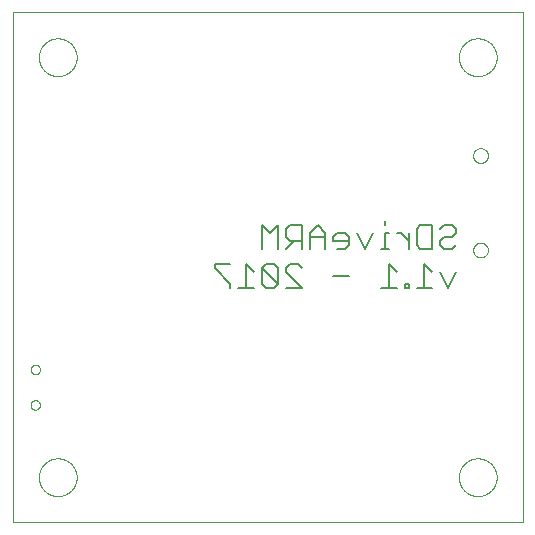
<source format=gbo>
G75*
%MOIN*%
%OFA0B0*%
%FSLAX25Y25*%
%IPPOS*%
%LPD*%
%AMOC8*
5,1,8,0,0,1.08239X$1,22.5*
%
%ADD10C,0.00000*%
%ADD11C,0.00700*%
D10*
X0015500Y0006435D02*
X0015500Y0176435D01*
X0185500Y0176435D01*
X0185500Y0006435D01*
X0015500Y0006435D01*
X0024201Y0021435D02*
X0024203Y0021593D01*
X0024209Y0021751D01*
X0024219Y0021909D01*
X0024233Y0022067D01*
X0024251Y0022224D01*
X0024272Y0022381D01*
X0024298Y0022537D01*
X0024328Y0022693D01*
X0024361Y0022848D01*
X0024399Y0023001D01*
X0024440Y0023154D01*
X0024485Y0023306D01*
X0024534Y0023457D01*
X0024587Y0023606D01*
X0024643Y0023754D01*
X0024703Y0023900D01*
X0024767Y0024045D01*
X0024835Y0024188D01*
X0024906Y0024330D01*
X0024980Y0024470D01*
X0025058Y0024607D01*
X0025140Y0024743D01*
X0025224Y0024877D01*
X0025313Y0025008D01*
X0025404Y0025137D01*
X0025499Y0025264D01*
X0025596Y0025389D01*
X0025697Y0025511D01*
X0025801Y0025630D01*
X0025908Y0025747D01*
X0026018Y0025861D01*
X0026131Y0025972D01*
X0026246Y0026081D01*
X0026364Y0026186D01*
X0026485Y0026288D01*
X0026608Y0026388D01*
X0026734Y0026484D01*
X0026862Y0026577D01*
X0026992Y0026667D01*
X0027125Y0026753D01*
X0027260Y0026837D01*
X0027396Y0026916D01*
X0027535Y0026993D01*
X0027676Y0027065D01*
X0027818Y0027135D01*
X0027962Y0027200D01*
X0028108Y0027262D01*
X0028255Y0027320D01*
X0028404Y0027375D01*
X0028554Y0027426D01*
X0028705Y0027473D01*
X0028857Y0027516D01*
X0029010Y0027555D01*
X0029165Y0027591D01*
X0029320Y0027622D01*
X0029476Y0027650D01*
X0029632Y0027674D01*
X0029789Y0027694D01*
X0029947Y0027710D01*
X0030104Y0027722D01*
X0030263Y0027730D01*
X0030421Y0027734D01*
X0030579Y0027734D01*
X0030737Y0027730D01*
X0030896Y0027722D01*
X0031053Y0027710D01*
X0031211Y0027694D01*
X0031368Y0027674D01*
X0031524Y0027650D01*
X0031680Y0027622D01*
X0031835Y0027591D01*
X0031990Y0027555D01*
X0032143Y0027516D01*
X0032295Y0027473D01*
X0032446Y0027426D01*
X0032596Y0027375D01*
X0032745Y0027320D01*
X0032892Y0027262D01*
X0033038Y0027200D01*
X0033182Y0027135D01*
X0033324Y0027065D01*
X0033465Y0026993D01*
X0033604Y0026916D01*
X0033740Y0026837D01*
X0033875Y0026753D01*
X0034008Y0026667D01*
X0034138Y0026577D01*
X0034266Y0026484D01*
X0034392Y0026388D01*
X0034515Y0026288D01*
X0034636Y0026186D01*
X0034754Y0026081D01*
X0034869Y0025972D01*
X0034982Y0025861D01*
X0035092Y0025747D01*
X0035199Y0025630D01*
X0035303Y0025511D01*
X0035404Y0025389D01*
X0035501Y0025264D01*
X0035596Y0025137D01*
X0035687Y0025008D01*
X0035776Y0024877D01*
X0035860Y0024743D01*
X0035942Y0024607D01*
X0036020Y0024470D01*
X0036094Y0024330D01*
X0036165Y0024188D01*
X0036233Y0024045D01*
X0036297Y0023900D01*
X0036357Y0023754D01*
X0036413Y0023606D01*
X0036466Y0023457D01*
X0036515Y0023306D01*
X0036560Y0023154D01*
X0036601Y0023001D01*
X0036639Y0022848D01*
X0036672Y0022693D01*
X0036702Y0022537D01*
X0036728Y0022381D01*
X0036749Y0022224D01*
X0036767Y0022067D01*
X0036781Y0021909D01*
X0036791Y0021751D01*
X0036797Y0021593D01*
X0036799Y0021435D01*
X0036797Y0021277D01*
X0036791Y0021119D01*
X0036781Y0020961D01*
X0036767Y0020803D01*
X0036749Y0020646D01*
X0036728Y0020489D01*
X0036702Y0020333D01*
X0036672Y0020177D01*
X0036639Y0020022D01*
X0036601Y0019869D01*
X0036560Y0019716D01*
X0036515Y0019564D01*
X0036466Y0019413D01*
X0036413Y0019264D01*
X0036357Y0019116D01*
X0036297Y0018970D01*
X0036233Y0018825D01*
X0036165Y0018682D01*
X0036094Y0018540D01*
X0036020Y0018400D01*
X0035942Y0018263D01*
X0035860Y0018127D01*
X0035776Y0017993D01*
X0035687Y0017862D01*
X0035596Y0017733D01*
X0035501Y0017606D01*
X0035404Y0017481D01*
X0035303Y0017359D01*
X0035199Y0017240D01*
X0035092Y0017123D01*
X0034982Y0017009D01*
X0034869Y0016898D01*
X0034754Y0016789D01*
X0034636Y0016684D01*
X0034515Y0016582D01*
X0034392Y0016482D01*
X0034266Y0016386D01*
X0034138Y0016293D01*
X0034008Y0016203D01*
X0033875Y0016117D01*
X0033740Y0016033D01*
X0033604Y0015954D01*
X0033465Y0015877D01*
X0033324Y0015805D01*
X0033182Y0015735D01*
X0033038Y0015670D01*
X0032892Y0015608D01*
X0032745Y0015550D01*
X0032596Y0015495D01*
X0032446Y0015444D01*
X0032295Y0015397D01*
X0032143Y0015354D01*
X0031990Y0015315D01*
X0031835Y0015279D01*
X0031680Y0015248D01*
X0031524Y0015220D01*
X0031368Y0015196D01*
X0031211Y0015176D01*
X0031053Y0015160D01*
X0030896Y0015148D01*
X0030737Y0015140D01*
X0030579Y0015136D01*
X0030421Y0015136D01*
X0030263Y0015140D01*
X0030104Y0015148D01*
X0029947Y0015160D01*
X0029789Y0015176D01*
X0029632Y0015196D01*
X0029476Y0015220D01*
X0029320Y0015248D01*
X0029165Y0015279D01*
X0029010Y0015315D01*
X0028857Y0015354D01*
X0028705Y0015397D01*
X0028554Y0015444D01*
X0028404Y0015495D01*
X0028255Y0015550D01*
X0028108Y0015608D01*
X0027962Y0015670D01*
X0027818Y0015735D01*
X0027676Y0015805D01*
X0027535Y0015877D01*
X0027396Y0015954D01*
X0027260Y0016033D01*
X0027125Y0016117D01*
X0026992Y0016203D01*
X0026862Y0016293D01*
X0026734Y0016386D01*
X0026608Y0016482D01*
X0026485Y0016582D01*
X0026364Y0016684D01*
X0026246Y0016789D01*
X0026131Y0016898D01*
X0026018Y0017009D01*
X0025908Y0017123D01*
X0025801Y0017240D01*
X0025697Y0017359D01*
X0025596Y0017481D01*
X0025499Y0017606D01*
X0025404Y0017733D01*
X0025313Y0017862D01*
X0025224Y0017993D01*
X0025140Y0018127D01*
X0025058Y0018263D01*
X0024980Y0018400D01*
X0024906Y0018540D01*
X0024835Y0018682D01*
X0024767Y0018825D01*
X0024703Y0018970D01*
X0024643Y0019116D01*
X0024587Y0019264D01*
X0024534Y0019413D01*
X0024485Y0019564D01*
X0024440Y0019716D01*
X0024399Y0019869D01*
X0024361Y0020022D01*
X0024328Y0020177D01*
X0024298Y0020333D01*
X0024272Y0020489D01*
X0024251Y0020646D01*
X0024233Y0020803D01*
X0024219Y0020961D01*
X0024209Y0021119D01*
X0024203Y0021277D01*
X0024201Y0021435D01*
X0024203Y0021593D01*
X0024209Y0021751D01*
X0024219Y0021909D01*
X0024233Y0022067D01*
X0024251Y0022224D01*
X0024272Y0022381D01*
X0024298Y0022537D01*
X0024328Y0022693D01*
X0024361Y0022848D01*
X0024399Y0023001D01*
X0024440Y0023154D01*
X0024485Y0023306D01*
X0024534Y0023457D01*
X0024587Y0023606D01*
X0024643Y0023754D01*
X0024703Y0023900D01*
X0024767Y0024045D01*
X0024835Y0024188D01*
X0024906Y0024330D01*
X0024980Y0024470D01*
X0025058Y0024607D01*
X0025140Y0024743D01*
X0025224Y0024877D01*
X0025313Y0025008D01*
X0025404Y0025137D01*
X0025499Y0025264D01*
X0025596Y0025389D01*
X0025697Y0025511D01*
X0025801Y0025630D01*
X0025908Y0025747D01*
X0026018Y0025861D01*
X0026131Y0025972D01*
X0026246Y0026081D01*
X0026364Y0026186D01*
X0026485Y0026288D01*
X0026608Y0026388D01*
X0026734Y0026484D01*
X0026862Y0026577D01*
X0026992Y0026667D01*
X0027125Y0026753D01*
X0027260Y0026837D01*
X0027396Y0026916D01*
X0027535Y0026993D01*
X0027676Y0027065D01*
X0027818Y0027135D01*
X0027962Y0027200D01*
X0028108Y0027262D01*
X0028255Y0027320D01*
X0028404Y0027375D01*
X0028554Y0027426D01*
X0028705Y0027473D01*
X0028857Y0027516D01*
X0029010Y0027555D01*
X0029165Y0027591D01*
X0029320Y0027622D01*
X0029476Y0027650D01*
X0029632Y0027674D01*
X0029789Y0027694D01*
X0029947Y0027710D01*
X0030104Y0027722D01*
X0030263Y0027730D01*
X0030421Y0027734D01*
X0030579Y0027734D01*
X0030737Y0027730D01*
X0030896Y0027722D01*
X0031053Y0027710D01*
X0031211Y0027694D01*
X0031368Y0027674D01*
X0031524Y0027650D01*
X0031680Y0027622D01*
X0031835Y0027591D01*
X0031990Y0027555D01*
X0032143Y0027516D01*
X0032295Y0027473D01*
X0032446Y0027426D01*
X0032596Y0027375D01*
X0032745Y0027320D01*
X0032892Y0027262D01*
X0033038Y0027200D01*
X0033182Y0027135D01*
X0033324Y0027065D01*
X0033465Y0026993D01*
X0033604Y0026916D01*
X0033740Y0026837D01*
X0033875Y0026753D01*
X0034008Y0026667D01*
X0034138Y0026577D01*
X0034266Y0026484D01*
X0034392Y0026388D01*
X0034515Y0026288D01*
X0034636Y0026186D01*
X0034754Y0026081D01*
X0034869Y0025972D01*
X0034982Y0025861D01*
X0035092Y0025747D01*
X0035199Y0025630D01*
X0035303Y0025511D01*
X0035404Y0025389D01*
X0035501Y0025264D01*
X0035596Y0025137D01*
X0035687Y0025008D01*
X0035776Y0024877D01*
X0035860Y0024743D01*
X0035942Y0024607D01*
X0036020Y0024470D01*
X0036094Y0024330D01*
X0036165Y0024188D01*
X0036233Y0024045D01*
X0036297Y0023900D01*
X0036357Y0023754D01*
X0036413Y0023606D01*
X0036466Y0023457D01*
X0036515Y0023306D01*
X0036560Y0023154D01*
X0036601Y0023001D01*
X0036639Y0022848D01*
X0036672Y0022693D01*
X0036702Y0022537D01*
X0036728Y0022381D01*
X0036749Y0022224D01*
X0036767Y0022067D01*
X0036781Y0021909D01*
X0036791Y0021751D01*
X0036797Y0021593D01*
X0036799Y0021435D01*
X0036797Y0021277D01*
X0036791Y0021119D01*
X0036781Y0020961D01*
X0036767Y0020803D01*
X0036749Y0020646D01*
X0036728Y0020489D01*
X0036702Y0020333D01*
X0036672Y0020177D01*
X0036639Y0020022D01*
X0036601Y0019869D01*
X0036560Y0019716D01*
X0036515Y0019564D01*
X0036466Y0019413D01*
X0036413Y0019264D01*
X0036357Y0019116D01*
X0036297Y0018970D01*
X0036233Y0018825D01*
X0036165Y0018682D01*
X0036094Y0018540D01*
X0036020Y0018400D01*
X0035942Y0018263D01*
X0035860Y0018127D01*
X0035776Y0017993D01*
X0035687Y0017862D01*
X0035596Y0017733D01*
X0035501Y0017606D01*
X0035404Y0017481D01*
X0035303Y0017359D01*
X0035199Y0017240D01*
X0035092Y0017123D01*
X0034982Y0017009D01*
X0034869Y0016898D01*
X0034754Y0016789D01*
X0034636Y0016684D01*
X0034515Y0016582D01*
X0034392Y0016482D01*
X0034266Y0016386D01*
X0034138Y0016293D01*
X0034008Y0016203D01*
X0033875Y0016117D01*
X0033740Y0016033D01*
X0033604Y0015954D01*
X0033465Y0015877D01*
X0033324Y0015805D01*
X0033182Y0015735D01*
X0033038Y0015670D01*
X0032892Y0015608D01*
X0032745Y0015550D01*
X0032596Y0015495D01*
X0032446Y0015444D01*
X0032295Y0015397D01*
X0032143Y0015354D01*
X0031990Y0015315D01*
X0031835Y0015279D01*
X0031680Y0015248D01*
X0031524Y0015220D01*
X0031368Y0015196D01*
X0031211Y0015176D01*
X0031053Y0015160D01*
X0030896Y0015148D01*
X0030737Y0015140D01*
X0030579Y0015136D01*
X0030421Y0015136D01*
X0030263Y0015140D01*
X0030104Y0015148D01*
X0029947Y0015160D01*
X0029789Y0015176D01*
X0029632Y0015196D01*
X0029476Y0015220D01*
X0029320Y0015248D01*
X0029165Y0015279D01*
X0029010Y0015315D01*
X0028857Y0015354D01*
X0028705Y0015397D01*
X0028554Y0015444D01*
X0028404Y0015495D01*
X0028255Y0015550D01*
X0028108Y0015608D01*
X0027962Y0015670D01*
X0027818Y0015735D01*
X0027676Y0015805D01*
X0027535Y0015877D01*
X0027396Y0015954D01*
X0027260Y0016033D01*
X0027125Y0016117D01*
X0026992Y0016203D01*
X0026862Y0016293D01*
X0026734Y0016386D01*
X0026608Y0016482D01*
X0026485Y0016582D01*
X0026364Y0016684D01*
X0026246Y0016789D01*
X0026131Y0016898D01*
X0026018Y0017009D01*
X0025908Y0017123D01*
X0025801Y0017240D01*
X0025697Y0017359D01*
X0025596Y0017481D01*
X0025499Y0017606D01*
X0025404Y0017733D01*
X0025313Y0017862D01*
X0025224Y0017993D01*
X0025140Y0018127D01*
X0025058Y0018263D01*
X0024980Y0018400D01*
X0024906Y0018540D01*
X0024835Y0018682D01*
X0024767Y0018825D01*
X0024703Y0018970D01*
X0024643Y0019116D01*
X0024587Y0019264D01*
X0024534Y0019413D01*
X0024485Y0019564D01*
X0024440Y0019716D01*
X0024399Y0019869D01*
X0024361Y0020022D01*
X0024328Y0020177D01*
X0024298Y0020333D01*
X0024272Y0020489D01*
X0024251Y0020646D01*
X0024233Y0020803D01*
X0024219Y0020961D01*
X0024209Y0021119D01*
X0024203Y0021277D01*
X0024201Y0021435D01*
X0021425Y0045529D02*
X0021427Y0045608D01*
X0021433Y0045687D01*
X0021443Y0045766D01*
X0021457Y0045844D01*
X0021474Y0045921D01*
X0021496Y0045997D01*
X0021521Y0046072D01*
X0021551Y0046145D01*
X0021583Y0046217D01*
X0021620Y0046288D01*
X0021660Y0046356D01*
X0021703Y0046422D01*
X0021749Y0046486D01*
X0021799Y0046548D01*
X0021852Y0046607D01*
X0021907Y0046663D01*
X0021966Y0046717D01*
X0022027Y0046767D01*
X0022090Y0046815D01*
X0022156Y0046859D01*
X0022224Y0046900D01*
X0022294Y0046937D01*
X0022365Y0046971D01*
X0022439Y0047001D01*
X0022513Y0047027D01*
X0022589Y0047049D01*
X0022666Y0047068D01*
X0022744Y0047083D01*
X0022822Y0047094D01*
X0022901Y0047101D01*
X0022980Y0047104D01*
X0023059Y0047103D01*
X0023138Y0047098D01*
X0023217Y0047089D01*
X0023295Y0047076D01*
X0023372Y0047059D01*
X0023449Y0047039D01*
X0023524Y0047014D01*
X0023598Y0046986D01*
X0023671Y0046954D01*
X0023741Y0046919D01*
X0023810Y0046880D01*
X0023877Y0046837D01*
X0023942Y0046791D01*
X0024004Y0046743D01*
X0024064Y0046691D01*
X0024121Y0046636D01*
X0024175Y0046578D01*
X0024226Y0046518D01*
X0024274Y0046455D01*
X0024319Y0046390D01*
X0024361Y0046322D01*
X0024399Y0046253D01*
X0024433Y0046182D01*
X0024464Y0046109D01*
X0024492Y0046034D01*
X0024515Y0045959D01*
X0024535Y0045882D01*
X0024551Y0045805D01*
X0024563Y0045726D01*
X0024571Y0045648D01*
X0024575Y0045569D01*
X0024575Y0045489D01*
X0024571Y0045410D01*
X0024563Y0045332D01*
X0024551Y0045253D01*
X0024535Y0045176D01*
X0024515Y0045099D01*
X0024492Y0045024D01*
X0024464Y0044949D01*
X0024433Y0044876D01*
X0024399Y0044805D01*
X0024361Y0044736D01*
X0024319Y0044668D01*
X0024274Y0044603D01*
X0024226Y0044540D01*
X0024175Y0044480D01*
X0024121Y0044422D01*
X0024064Y0044367D01*
X0024004Y0044315D01*
X0023942Y0044267D01*
X0023877Y0044221D01*
X0023810Y0044178D01*
X0023741Y0044139D01*
X0023671Y0044104D01*
X0023598Y0044072D01*
X0023524Y0044044D01*
X0023449Y0044019D01*
X0023372Y0043999D01*
X0023295Y0043982D01*
X0023217Y0043969D01*
X0023138Y0043960D01*
X0023059Y0043955D01*
X0022980Y0043954D01*
X0022901Y0043957D01*
X0022822Y0043964D01*
X0022744Y0043975D01*
X0022666Y0043990D01*
X0022589Y0044009D01*
X0022513Y0044031D01*
X0022439Y0044057D01*
X0022365Y0044087D01*
X0022294Y0044121D01*
X0022224Y0044158D01*
X0022156Y0044199D01*
X0022090Y0044243D01*
X0022027Y0044291D01*
X0021966Y0044341D01*
X0021907Y0044395D01*
X0021852Y0044451D01*
X0021799Y0044510D01*
X0021749Y0044572D01*
X0021703Y0044636D01*
X0021660Y0044702D01*
X0021620Y0044770D01*
X0021583Y0044841D01*
X0021551Y0044913D01*
X0021521Y0044986D01*
X0021496Y0045061D01*
X0021474Y0045137D01*
X0021457Y0045214D01*
X0021443Y0045292D01*
X0021433Y0045371D01*
X0021427Y0045450D01*
X0021425Y0045529D01*
X0021425Y0057340D02*
X0021427Y0057419D01*
X0021433Y0057498D01*
X0021443Y0057577D01*
X0021457Y0057655D01*
X0021474Y0057732D01*
X0021496Y0057808D01*
X0021521Y0057883D01*
X0021551Y0057956D01*
X0021583Y0058028D01*
X0021620Y0058099D01*
X0021660Y0058167D01*
X0021703Y0058233D01*
X0021749Y0058297D01*
X0021799Y0058359D01*
X0021852Y0058418D01*
X0021907Y0058474D01*
X0021966Y0058528D01*
X0022027Y0058578D01*
X0022090Y0058626D01*
X0022156Y0058670D01*
X0022224Y0058711D01*
X0022294Y0058748D01*
X0022365Y0058782D01*
X0022439Y0058812D01*
X0022513Y0058838D01*
X0022589Y0058860D01*
X0022666Y0058879D01*
X0022744Y0058894D01*
X0022822Y0058905D01*
X0022901Y0058912D01*
X0022980Y0058915D01*
X0023059Y0058914D01*
X0023138Y0058909D01*
X0023217Y0058900D01*
X0023295Y0058887D01*
X0023372Y0058870D01*
X0023449Y0058850D01*
X0023524Y0058825D01*
X0023598Y0058797D01*
X0023671Y0058765D01*
X0023741Y0058730D01*
X0023810Y0058691D01*
X0023877Y0058648D01*
X0023942Y0058602D01*
X0024004Y0058554D01*
X0024064Y0058502D01*
X0024121Y0058447D01*
X0024175Y0058389D01*
X0024226Y0058329D01*
X0024274Y0058266D01*
X0024319Y0058201D01*
X0024361Y0058133D01*
X0024399Y0058064D01*
X0024433Y0057993D01*
X0024464Y0057920D01*
X0024492Y0057845D01*
X0024515Y0057770D01*
X0024535Y0057693D01*
X0024551Y0057616D01*
X0024563Y0057537D01*
X0024571Y0057459D01*
X0024575Y0057380D01*
X0024575Y0057300D01*
X0024571Y0057221D01*
X0024563Y0057143D01*
X0024551Y0057064D01*
X0024535Y0056987D01*
X0024515Y0056910D01*
X0024492Y0056835D01*
X0024464Y0056760D01*
X0024433Y0056687D01*
X0024399Y0056616D01*
X0024361Y0056547D01*
X0024319Y0056479D01*
X0024274Y0056414D01*
X0024226Y0056351D01*
X0024175Y0056291D01*
X0024121Y0056233D01*
X0024064Y0056178D01*
X0024004Y0056126D01*
X0023942Y0056078D01*
X0023877Y0056032D01*
X0023810Y0055989D01*
X0023741Y0055950D01*
X0023671Y0055915D01*
X0023598Y0055883D01*
X0023524Y0055855D01*
X0023449Y0055830D01*
X0023372Y0055810D01*
X0023295Y0055793D01*
X0023217Y0055780D01*
X0023138Y0055771D01*
X0023059Y0055766D01*
X0022980Y0055765D01*
X0022901Y0055768D01*
X0022822Y0055775D01*
X0022744Y0055786D01*
X0022666Y0055801D01*
X0022589Y0055820D01*
X0022513Y0055842D01*
X0022439Y0055868D01*
X0022365Y0055898D01*
X0022294Y0055932D01*
X0022224Y0055969D01*
X0022156Y0056010D01*
X0022090Y0056054D01*
X0022027Y0056102D01*
X0021966Y0056152D01*
X0021907Y0056206D01*
X0021852Y0056262D01*
X0021799Y0056321D01*
X0021749Y0056383D01*
X0021703Y0056447D01*
X0021660Y0056513D01*
X0021620Y0056581D01*
X0021583Y0056652D01*
X0021551Y0056724D01*
X0021521Y0056797D01*
X0021496Y0056872D01*
X0021474Y0056948D01*
X0021457Y0057025D01*
X0021443Y0057103D01*
X0021433Y0057182D01*
X0021427Y0057261D01*
X0021425Y0057340D01*
X0024201Y0161435D02*
X0024203Y0161593D01*
X0024209Y0161751D01*
X0024219Y0161909D01*
X0024233Y0162067D01*
X0024251Y0162224D01*
X0024272Y0162381D01*
X0024298Y0162537D01*
X0024328Y0162693D01*
X0024361Y0162848D01*
X0024399Y0163001D01*
X0024440Y0163154D01*
X0024485Y0163306D01*
X0024534Y0163457D01*
X0024587Y0163606D01*
X0024643Y0163754D01*
X0024703Y0163900D01*
X0024767Y0164045D01*
X0024835Y0164188D01*
X0024906Y0164330D01*
X0024980Y0164470D01*
X0025058Y0164607D01*
X0025140Y0164743D01*
X0025224Y0164877D01*
X0025313Y0165008D01*
X0025404Y0165137D01*
X0025499Y0165264D01*
X0025596Y0165389D01*
X0025697Y0165511D01*
X0025801Y0165630D01*
X0025908Y0165747D01*
X0026018Y0165861D01*
X0026131Y0165972D01*
X0026246Y0166081D01*
X0026364Y0166186D01*
X0026485Y0166288D01*
X0026608Y0166388D01*
X0026734Y0166484D01*
X0026862Y0166577D01*
X0026992Y0166667D01*
X0027125Y0166753D01*
X0027260Y0166837D01*
X0027396Y0166916D01*
X0027535Y0166993D01*
X0027676Y0167065D01*
X0027818Y0167135D01*
X0027962Y0167200D01*
X0028108Y0167262D01*
X0028255Y0167320D01*
X0028404Y0167375D01*
X0028554Y0167426D01*
X0028705Y0167473D01*
X0028857Y0167516D01*
X0029010Y0167555D01*
X0029165Y0167591D01*
X0029320Y0167622D01*
X0029476Y0167650D01*
X0029632Y0167674D01*
X0029789Y0167694D01*
X0029947Y0167710D01*
X0030104Y0167722D01*
X0030263Y0167730D01*
X0030421Y0167734D01*
X0030579Y0167734D01*
X0030737Y0167730D01*
X0030896Y0167722D01*
X0031053Y0167710D01*
X0031211Y0167694D01*
X0031368Y0167674D01*
X0031524Y0167650D01*
X0031680Y0167622D01*
X0031835Y0167591D01*
X0031990Y0167555D01*
X0032143Y0167516D01*
X0032295Y0167473D01*
X0032446Y0167426D01*
X0032596Y0167375D01*
X0032745Y0167320D01*
X0032892Y0167262D01*
X0033038Y0167200D01*
X0033182Y0167135D01*
X0033324Y0167065D01*
X0033465Y0166993D01*
X0033604Y0166916D01*
X0033740Y0166837D01*
X0033875Y0166753D01*
X0034008Y0166667D01*
X0034138Y0166577D01*
X0034266Y0166484D01*
X0034392Y0166388D01*
X0034515Y0166288D01*
X0034636Y0166186D01*
X0034754Y0166081D01*
X0034869Y0165972D01*
X0034982Y0165861D01*
X0035092Y0165747D01*
X0035199Y0165630D01*
X0035303Y0165511D01*
X0035404Y0165389D01*
X0035501Y0165264D01*
X0035596Y0165137D01*
X0035687Y0165008D01*
X0035776Y0164877D01*
X0035860Y0164743D01*
X0035942Y0164607D01*
X0036020Y0164470D01*
X0036094Y0164330D01*
X0036165Y0164188D01*
X0036233Y0164045D01*
X0036297Y0163900D01*
X0036357Y0163754D01*
X0036413Y0163606D01*
X0036466Y0163457D01*
X0036515Y0163306D01*
X0036560Y0163154D01*
X0036601Y0163001D01*
X0036639Y0162848D01*
X0036672Y0162693D01*
X0036702Y0162537D01*
X0036728Y0162381D01*
X0036749Y0162224D01*
X0036767Y0162067D01*
X0036781Y0161909D01*
X0036791Y0161751D01*
X0036797Y0161593D01*
X0036799Y0161435D01*
X0036797Y0161277D01*
X0036791Y0161119D01*
X0036781Y0160961D01*
X0036767Y0160803D01*
X0036749Y0160646D01*
X0036728Y0160489D01*
X0036702Y0160333D01*
X0036672Y0160177D01*
X0036639Y0160022D01*
X0036601Y0159869D01*
X0036560Y0159716D01*
X0036515Y0159564D01*
X0036466Y0159413D01*
X0036413Y0159264D01*
X0036357Y0159116D01*
X0036297Y0158970D01*
X0036233Y0158825D01*
X0036165Y0158682D01*
X0036094Y0158540D01*
X0036020Y0158400D01*
X0035942Y0158263D01*
X0035860Y0158127D01*
X0035776Y0157993D01*
X0035687Y0157862D01*
X0035596Y0157733D01*
X0035501Y0157606D01*
X0035404Y0157481D01*
X0035303Y0157359D01*
X0035199Y0157240D01*
X0035092Y0157123D01*
X0034982Y0157009D01*
X0034869Y0156898D01*
X0034754Y0156789D01*
X0034636Y0156684D01*
X0034515Y0156582D01*
X0034392Y0156482D01*
X0034266Y0156386D01*
X0034138Y0156293D01*
X0034008Y0156203D01*
X0033875Y0156117D01*
X0033740Y0156033D01*
X0033604Y0155954D01*
X0033465Y0155877D01*
X0033324Y0155805D01*
X0033182Y0155735D01*
X0033038Y0155670D01*
X0032892Y0155608D01*
X0032745Y0155550D01*
X0032596Y0155495D01*
X0032446Y0155444D01*
X0032295Y0155397D01*
X0032143Y0155354D01*
X0031990Y0155315D01*
X0031835Y0155279D01*
X0031680Y0155248D01*
X0031524Y0155220D01*
X0031368Y0155196D01*
X0031211Y0155176D01*
X0031053Y0155160D01*
X0030896Y0155148D01*
X0030737Y0155140D01*
X0030579Y0155136D01*
X0030421Y0155136D01*
X0030263Y0155140D01*
X0030104Y0155148D01*
X0029947Y0155160D01*
X0029789Y0155176D01*
X0029632Y0155196D01*
X0029476Y0155220D01*
X0029320Y0155248D01*
X0029165Y0155279D01*
X0029010Y0155315D01*
X0028857Y0155354D01*
X0028705Y0155397D01*
X0028554Y0155444D01*
X0028404Y0155495D01*
X0028255Y0155550D01*
X0028108Y0155608D01*
X0027962Y0155670D01*
X0027818Y0155735D01*
X0027676Y0155805D01*
X0027535Y0155877D01*
X0027396Y0155954D01*
X0027260Y0156033D01*
X0027125Y0156117D01*
X0026992Y0156203D01*
X0026862Y0156293D01*
X0026734Y0156386D01*
X0026608Y0156482D01*
X0026485Y0156582D01*
X0026364Y0156684D01*
X0026246Y0156789D01*
X0026131Y0156898D01*
X0026018Y0157009D01*
X0025908Y0157123D01*
X0025801Y0157240D01*
X0025697Y0157359D01*
X0025596Y0157481D01*
X0025499Y0157606D01*
X0025404Y0157733D01*
X0025313Y0157862D01*
X0025224Y0157993D01*
X0025140Y0158127D01*
X0025058Y0158263D01*
X0024980Y0158400D01*
X0024906Y0158540D01*
X0024835Y0158682D01*
X0024767Y0158825D01*
X0024703Y0158970D01*
X0024643Y0159116D01*
X0024587Y0159264D01*
X0024534Y0159413D01*
X0024485Y0159564D01*
X0024440Y0159716D01*
X0024399Y0159869D01*
X0024361Y0160022D01*
X0024328Y0160177D01*
X0024298Y0160333D01*
X0024272Y0160489D01*
X0024251Y0160646D01*
X0024233Y0160803D01*
X0024219Y0160961D01*
X0024209Y0161119D01*
X0024203Y0161277D01*
X0024201Y0161435D01*
X0164201Y0161435D02*
X0164203Y0161593D01*
X0164209Y0161751D01*
X0164219Y0161909D01*
X0164233Y0162067D01*
X0164251Y0162224D01*
X0164272Y0162381D01*
X0164298Y0162537D01*
X0164328Y0162693D01*
X0164361Y0162848D01*
X0164399Y0163001D01*
X0164440Y0163154D01*
X0164485Y0163306D01*
X0164534Y0163457D01*
X0164587Y0163606D01*
X0164643Y0163754D01*
X0164703Y0163900D01*
X0164767Y0164045D01*
X0164835Y0164188D01*
X0164906Y0164330D01*
X0164980Y0164470D01*
X0165058Y0164607D01*
X0165140Y0164743D01*
X0165224Y0164877D01*
X0165313Y0165008D01*
X0165404Y0165137D01*
X0165499Y0165264D01*
X0165596Y0165389D01*
X0165697Y0165511D01*
X0165801Y0165630D01*
X0165908Y0165747D01*
X0166018Y0165861D01*
X0166131Y0165972D01*
X0166246Y0166081D01*
X0166364Y0166186D01*
X0166485Y0166288D01*
X0166608Y0166388D01*
X0166734Y0166484D01*
X0166862Y0166577D01*
X0166992Y0166667D01*
X0167125Y0166753D01*
X0167260Y0166837D01*
X0167396Y0166916D01*
X0167535Y0166993D01*
X0167676Y0167065D01*
X0167818Y0167135D01*
X0167962Y0167200D01*
X0168108Y0167262D01*
X0168255Y0167320D01*
X0168404Y0167375D01*
X0168554Y0167426D01*
X0168705Y0167473D01*
X0168857Y0167516D01*
X0169010Y0167555D01*
X0169165Y0167591D01*
X0169320Y0167622D01*
X0169476Y0167650D01*
X0169632Y0167674D01*
X0169789Y0167694D01*
X0169947Y0167710D01*
X0170104Y0167722D01*
X0170263Y0167730D01*
X0170421Y0167734D01*
X0170579Y0167734D01*
X0170737Y0167730D01*
X0170896Y0167722D01*
X0171053Y0167710D01*
X0171211Y0167694D01*
X0171368Y0167674D01*
X0171524Y0167650D01*
X0171680Y0167622D01*
X0171835Y0167591D01*
X0171990Y0167555D01*
X0172143Y0167516D01*
X0172295Y0167473D01*
X0172446Y0167426D01*
X0172596Y0167375D01*
X0172745Y0167320D01*
X0172892Y0167262D01*
X0173038Y0167200D01*
X0173182Y0167135D01*
X0173324Y0167065D01*
X0173465Y0166993D01*
X0173604Y0166916D01*
X0173740Y0166837D01*
X0173875Y0166753D01*
X0174008Y0166667D01*
X0174138Y0166577D01*
X0174266Y0166484D01*
X0174392Y0166388D01*
X0174515Y0166288D01*
X0174636Y0166186D01*
X0174754Y0166081D01*
X0174869Y0165972D01*
X0174982Y0165861D01*
X0175092Y0165747D01*
X0175199Y0165630D01*
X0175303Y0165511D01*
X0175404Y0165389D01*
X0175501Y0165264D01*
X0175596Y0165137D01*
X0175687Y0165008D01*
X0175776Y0164877D01*
X0175860Y0164743D01*
X0175942Y0164607D01*
X0176020Y0164470D01*
X0176094Y0164330D01*
X0176165Y0164188D01*
X0176233Y0164045D01*
X0176297Y0163900D01*
X0176357Y0163754D01*
X0176413Y0163606D01*
X0176466Y0163457D01*
X0176515Y0163306D01*
X0176560Y0163154D01*
X0176601Y0163001D01*
X0176639Y0162848D01*
X0176672Y0162693D01*
X0176702Y0162537D01*
X0176728Y0162381D01*
X0176749Y0162224D01*
X0176767Y0162067D01*
X0176781Y0161909D01*
X0176791Y0161751D01*
X0176797Y0161593D01*
X0176799Y0161435D01*
X0176797Y0161277D01*
X0176791Y0161119D01*
X0176781Y0160961D01*
X0176767Y0160803D01*
X0176749Y0160646D01*
X0176728Y0160489D01*
X0176702Y0160333D01*
X0176672Y0160177D01*
X0176639Y0160022D01*
X0176601Y0159869D01*
X0176560Y0159716D01*
X0176515Y0159564D01*
X0176466Y0159413D01*
X0176413Y0159264D01*
X0176357Y0159116D01*
X0176297Y0158970D01*
X0176233Y0158825D01*
X0176165Y0158682D01*
X0176094Y0158540D01*
X0176020Y0158400D01*
X0175942Y0158263D01*
X0175860Y0158127D01*
X0175776Y0157993D01*
X0175687Y0157862D01*
X0175596Y0157733D01*
X0175501Y0157606D01*
X0175404Y0157481D01*
X0175303Y0157359D01*
X0175199Y0157240D01*
X0175092Y0157123D01*
X0174982Y0157009D01*
X0174869Y0156898D01*
X0174754Y0156789D01*
X0174636Y0156684D01*
X0174515Y0156582D01*
X0174392Y0156482D01*
X0174266Y0156386D01*
X0174138Y0156293D01*
X0174008Y0156203D01*
X0173875Y0156117D01*
X0173740Y0156033D01*
X0173604Y0155954D01*
X0173465Y0155877D01*
X0173324Y0155805D01*
X0173182Y0155735D01*
X0173038Y0155670D01*
X0172892Y0155608D01*
X0172745Y0155550D01*
X0172596Y0155495D01*
X0172446Y0155444D01*
X0172295Y0155397D01*
X0172143Y0155354D01*
X0171990Y0155315D01*
X0171835Y0155279D01*
X0171680Y0155248D01*
X0171524Y0155220D01*
X0171368Y0155196D01*
X0171211Y0155176D01*
X0171053Y0155160D01*
X0170896Y0155148D01*
X0170737Y0155140D01*
X0170579Y0155136D01*
X0170421Y0155136D01*
X0170263Y0155140D01*
X0170104Y0155148D01*
X0169947Y0155160D01*
X0169789Y0155176D01*
X0169632Y0155196D01*
X0169476Y0155220D01*
X0169320Y0155248D01*
X0169165Y0155279D01*
X0169010Y0155315D01*
X0168857Y0155354D01*
X0168705Y0155397D01*
X0168554Y0155444D01*
X0168404Y0155495D01*
X0168255Y0155550D01*
X0168108Y0155608D01*
X0167962Y0155670D01*
X0167818Y0155735D01*
X0167676Y0155805D01*
X0167535Y0155877D01*
X0167396Y0155954D01*
X0167260Y0156033D01*
X0167125Y0156117D01*
X0166992Y0156203D01*
X0166862Y0156293D01*
X0166734Y0156386D01*
X0166608Y0156482D01*
X0166485Y0156582D01*
X0166364Y0156684D01*
X0166246Y0156789D01*
X0166131Y0156898D01*
X0166018Y0157009D01*
X0165908Y0157123D01*
X0165801Y0157240D01*
X0165697Y0157359D01*
X0165596Y0157481D01*
X0165499Y0157606D01*
X0165404Y0157733D01*
X0165313Y0157862D01*
X0165224Y0157993D01*
X0165140Y0158127D01*
X0165058Y0158263D01*
X0164980Y0158400D01*
X0164906Y0158540D01*
X0164835Y0158682D01*
X0164767Y0158825D01*
X0164703Y0158970D01*
X0164643Y0159116D01*
X0164587Y0159264D01*
X0164534Y0159413D01*
X0164485Y0159564D01*
X0164440Y0159716D01*
X0164399Y0159869D01*
X0164361Y0160022D01*
X0164328Y0160177D01*
X0164298Y0160333D01*
X0164272Y0160489D01*
X0164251Y0160646D01*
X0164233Y0160803D01*
X0164219Y0160961D01*
X0164209Y0161119D01*
X0164203Y0161277D01*
X0164201Y0161435D01*
X0168959Y0128640D02*
X0168961Y0128739D01*
X0168967Y0128838D01*
X0168977Y0128937D01*
X0168991Y0129035D01*
X0169009Y0129132D01*
X0169031Y0129229D01*
X0169056Y0129325D01*
X0169086Y0129419D01*
X0169119Y0129513D01*
X0169156Y0129605D01*
X0169197Y0129695D01*
X0169241Y0129784D01*
X0169289Y0129870D01*
X0169340Y0129955D01*
X0169395Y0130038D01*
X0169453Y0130118D01*
X0169514Y0130196D01*
X0169578Y0130272D01*
X0169645Y0130345D01*
X0169715Y0130415D01*
X0169788Y0130482D01*
X0169864Y0130546D01*
X0169942Y0130607D01*
X0170022Y0130665D01*
X0170105Y0130720D01*
X0170189Y0130771D01*
X0170276Y0130819D01*
X0170365Y0130863D01*
X0170455Y0130904D01*
X0170547Y0130941D01*
X0170641Y0130974D01*
X0170735Y0131004D01*
X0170831Y0131029D01*
X0170928Y0131051D01*
X0171025Y0131069D01*
X0171123Y0131083D01*
X0171222Y0131093D01*
X0171321Y0131099D01*
X0171420Y0131101D01*
X0171519Y0131099D01*
X0171618Y0131093D01*
X0171717Y0131083D01*
X0171815Y0131069D01*
X0171912Y0131051D01*
X0172009Y0131029D01*
X0172105Y0131004D01*
X0172199Y0130974D01*
X0172293Y0130941D01*
X0172385Y0130904D01*
X0172475Y0130863D01*
X0172564Y0130819D01*
X0172650Y0130771D01*
X0172735Y0130720D01*
X0172818Y0130665D01*
X0172898Y0130607D01*
X0172976Y0130546D01*
X0173052Y0130482D01*
X0173125Y0130415D01*
X0173195Y0130345D01*
X0173262Y0130272D01*
X0173326Y0130196D01*
X0173387Y0130118D01*
X0173445Y0130038D01*
X0173500Y0129955D01*
X0173551Y0129871D01*
X0173599Y0129784D01*
X0173643Y0129695D01*
X0173684Y0129605D01*
X0173721Y0129513D01*
X0173754Y0129419D01*
X0173784Y0129325D01*
X0173809Y0129229D01*
X0173831Y0129132D01*
X0173849Y0129035D01*
X0173863Y0128937D01*
X0173873Y0128838D01*
X0173879Y0128739D01*
X0173881Y0128640D01*
X0173879Y0128541D01*
X0173873Y0128442D01*
X0173863Y0128343D01*
X0173849Y0128245D01*
X0173831Y0128148D01*
X0173809Y0128051D01*
X0173784Y0127955D01*
X0173754Y0127861D01*
X0173721Y0127767D01*
X0173684Y0127675D01*
X0173643Y0127585D01*
X0173599Y0127496D01*
X0173551Y0127410D01*
X0173500Y0127325D01*
X0173445Y0127242D01*
X0173387Y0127162D01*
X0173326Y0127084D01*
X0173262Y0127008D01*
X0173195Y0126935D01*
X0173125Y0126865D01*
X0173052Y0126798D01*
X0172976Y0126734D01*
X0172898Y0126673D01*
X0172818Y0126615D01*
X0172735Y0126560D01*
X0172651Y0126509D01*
X0172564Y0126461D01*
X0172475Y0126417D01*
X0172385Y0126376D01*
X0172293Y0126339D01*
X0172199Y0126306D01*
X0172105Y0126276D01*
X0172009Y0126251D01*
X0171912Y0126229D01*
X0171815Y0126211D01*
X0171717Y0126197D01*
X0171618Y0126187D01*
X0171519Y0126181D01*
X0171420Y0126179D01*
X0171321Y0126181D01*
X0171222Y0126187D01*
X0171123Y0126197D01*
X0171025Y0126211D01*
X0170928Y0126229D01*
X0170831Y0126251D01*
X0170735Y0126276D01*
X0170641Y0126306D01*
X0170547Y0126339D01*
X0170455Y0126376D01*
X0170365Y0126417D01*
X0170276Y0126461D01*
X0170190Y0126509D01*
X0170105Y0126560D01*
X0170022Y0126615D01*
X0169942Y0126673D01*
X0169864Y0126734D01*
X0169788Y0126798D01*
X0169715Y0126865D01*
X0169645Y0126935D01*
X0169578Y0127008D01*
X0169514Y0127084D01*
X0169453Y0127162D01*
X0169395Y0127242D01*
X0169340Y0127325D01*
X0169289Y0127409D01*
X0169241Y0127496D01*
X0169197Y0127585D01*
X0169156Y0127675D01*
X0169119Y0127767D01*
X0169086Y0127861D01*
X0169056Y0127955D01*
X0169031Y0128051D01*
X0169009Y0128148D01*
X0168991Y0128245D01*
X0168977Y0128343D01*
X0168967Y0128442D01*
X0168961Y0128541D01*
X0168959Y0128640D01*
X0168959Y0097144D02*
X0168961Y0097243D01*
X0168967Y0097342D01*
X0168977Y0097441D01*
X0168991Y0097539D01*
X0169009Y0097636D01*
X0169031Y0097733D01*
X0169056Y0097829D01*
X0169086Y0097923D01*
X0169119Y0098017D01*
X0169156Y0098109D01*
X0169197Y0098199D01*
X0169241Y0098288D01*
X0169289Y0098374D01*
X0169340Y0098459D01*
X0169395Y0098542D01*
X0169453Y0098622D01*
X0169514Y0098700D01*
X0169578Y0098776D01*
X0169645Y0098849D01*
X0169715Y0098919D01*
X0169788Y0098986D01*
X0169864Y0099050D01*
X0169942Y0099111D01*
X0170022Y0099169D01*
X0170105Y0099224D01*
X0170189Y0099275D01*
X0170276Y0099323D01*
X0170365Y0099367D01*
X0170455Y0099408D01*
X0170547Y0099445D01*
X0170641Y0099478D01*
X0170735Y0099508D01*
X0170831Y0099533D01*
X0170928Y0099555D01*
X0171025Y0099573D01*
X0171123Y0099587D01*
X0171222Y0099597D01*
X0171321Y0099603D01*
X0171420Y0099605D01*
X0171519Y0099603D01*
X0171618Y0099597D01*
X0171717Y0099587D01*
X0171815Y0099573D01*
X0171912Y0099555D01*
X0172009Y0099533D01*
X0172105Y0099508D01*
X0172199Y0099478D01*
X0172293Y0099445D01*
X0172385Y0099408D01*
X0172475Y0099367D01*
X0172564Y0099323D01*
X0172650Y0099275D01*
X0172735Y0099224D01*
X0172818Y0099169D01*
X0172898Y0099111D01*
X0172976Y0099050D01*
X0173052Y0098986D01*
X0173125Y0098919D01*
X0173195Y0098849D01*
X0173262Y0098776D01*
X0173326Y0098700D01*
X0173387Y0098622D01*
X0173445Y0098542D01*
X0173500Y0098459D01*
X0173551Y0098375D01*
X0173599Y0098288D01*
X0173643Y0098199D01*
X0173684Y0098109D01*
X0173721Y0098017D01*
X0173754Y0097923D01*
X0173784Y0097829D01*
X0173809Y0097733D01*
X0173831Y0097636D01*
X0173849Y0097539D01*
X0173863Y0097441D01*
X0173873Y0097342D01*
X0173879Y0097243D01*
X0173881Y0097144D01*
X0173879Y0097045D01*
X0173873Y0096946D01*
X0173863Y0096847D01*
X0173849Y0096749D01*
X0173831Y0096652D01*
X0173809Y0096555D01*
X0173784Y0096459D01*
X0173754Y0096365D01*
X0173721Y0096271D01*
X0173684Y0096179D01*
X0173643Y0096089D01*
X0173599Y0096000D01*
X0173551Y0095914D01*
X0173500Y0095829D01*
X0173445Y0095746D01*
X0173387Y0095666D01*
X0173326Y0095588D01*
X0173262Y0095512D01*
X0173195Y0095439D01*
X0173125Y0095369D01*
X0173052Y0095302D01*
X0172976Y0095238D01*
X0172898Y0095177D01*
X0172818Y0095119D01*
X0172735Y0095064D01*
X0172651Y0095013D01*
X0172564Y0094965D01*
X0172475Y0094921D01*
X0172385Y0094880D01*
X0172293Y0094843D01*
X0172199Y0094810D01*
X0172105Y0094780D01*
X0172009Y0094755D01*
X0171912Y0094733D01*
X0171815Y0094715D01*
X0171717Y0094701D01*
X0171618Y0094691D01*
X0171519Y0094685D01*
X0171420Y0094683D01*
X0171321Y0094685D01*
X0171222Y0094691D01*
X0171123Y0094701D01*
X0171025Y0094715D01*
X0170928Y0094733D01*
X0170831Y0094755D01*
X0170735Y0094780D01*
X0170641Y0094810D01*
X0170547Y0094843D01*
X0170455Y0094880D01*
X0170365Y0094921D01*
X0170276Y0094965D01*
X0170190Y0095013D01*
X0170105Y0095064D01*
X0170022Y0095119D01*
X0169942Y0095177D01*
X0169864Y0095238D01*
X0169788Y0095302D01*
X0169715Y0095369D01*
X0169645Y0095439D01*
X0169578Y0095512D01*
X0169514Y0095588D01*
X0169453Y0095666D01*
X0169395Y0095746D01*
X0169340Y0095829D01*
X0169289Y0095913D01*
X0169241Y0096000D01*
X0169197Y0096089D01*
X0169156Y0096179D01*
X0169119Y0096271D01*
X0169086Y0096365D01*
X0169056Y0096459D01*
X0169031Y0096555D01*
X0169009Y0096652D01*
X0168991Y0096749D01*
X0168977Y0096847D01*
X0168967Y0096946D01*
X0168961Y0097045D01*
X0168959Y0097144D01*
X0164201Y0021435D02*
X0164203Y0021593D01*
X0164209Y0021751D01*
X0164219Y0021909D01*
X0164233Y0022067D01*
X0164251Y0022224D01*
X0164272Y0022381D01*
X0164298Y0022537D01*
X0164328Y0022693D01*
X0164361Y0022848D01*
X0164399Y0023001D01*
X0164440Y0023154D01*
X0164485Y0023306D01*
X0164534Y0023457D01*
X0164587Y0023606D01*
X0164643Y0023754D01*
X0164703Y0023900D01*
X0164767Y0024045D01*
X0164835Y0024188D01*
X0164906Y0024330D01*
X0164980Y0024470D01*
X0165058Y0024607D01*
X0165140Y0024743D01*
X0165224Y0024877D01*
X0165313Y0025008D01*
X0165404Y0025137D01*
X0165499Y0025264D01*
X0165596Y0025389D01*
X0165697Y0025511D01*
X0165801Y0025630D01*
X0165908Y0025747D01*
X0166018Y0025861D01*
X0166131Y0025972D01*
X0166246Y0026081D01*
X0166364Y0026186D01*
X0166485Y0026288D01*
X0166608Y0026388D01*
X0166734Y0026484D01*
X0166862Y0026577D01*
X0166992Y0026667D01*
X0167125Y0026753D01*
X0167260Y0026837D01*
X0167396Y0026916D01*
X0167535Y0026993D01*
X0167676Y0027065D01*
X0167818Y0027135D01*
X0167962Y0027200D01*
X0168108Y0027262D01*
X0168255Y0027320D01*
X0168404Y0027375D01*
X0168554Y0027426D01*
X0168705Y0027473D01*
X0168857Y0027516D01*
X0169010Y0027555D01*
X0169165Y0027591D01*
X0169320Y0027622D01*
X0169476Y0027650D01*
X0169632Y0027674D01*
X0169789Y0027694D01*
X0169947Y0027710D01*
X0170104Y0027722D01*
X0170263Y0027730D01*
X0170421Y0027734D01*
X0170579Y0027734D01*
X0170737Y0027730D01*
X0170896Y0027722D01*
X0171053Y0027710D01*
X0171211Y0027694D01*
X0171368Y0027674D01*
X0171524Y0027650D01*
X0171680Y0027622D01*
X0171835Y0027591D01*
X0171990Y0027555D01*
X0172143Y0027516D01*
X0172295Y0027473D01*
X0172446Y0027426D01*
X0172596Y0027375D01*
X0172745Y0027320D01*
X0172892Y0027262D01*
X0173038Y0027200D01*
X0173182Y0027135D01*
X0173324Y0027065D01*
X0173465Y0026993D01*
X0173604Y0026916D01*
X0173740Y0026837D01*
X0173875Y0026753D01*
X0174008Y0026667D01*
X0174138Y0026577D01*
X0174266Y0026484D01*
X0174392Y0026388D01*
X0174515Y0026288D01*
X0174636Y0026186D01*
X0174754Y0026081D01*
X0174869Y0025972D01*
X0174982Y0025861D01*
X0175092Y0025747D01*
X0175199Y0025630D01*
X0175303Y0025511D01*
X0175404Y0025389D01*
X0175501Y0025264D01*
X0175596Y0025137D01*
X0175687Y0025008D01*
X0175776Y0024877D01*
X0175860Y0024743D01*
X0175942Y0024607D01*
X0176020Y0024470D01*
X0176094Y0024330D01*
X0176165Y0024188D01*
X0176233Y0024045D01*
X0176297Y0023900D01*
X0176357Y0023754D01*
X0176413Y0023606D01*
X0176466Y0023457D01*
X0176515Y0023306D01*
X0176560Y0023154D01*
X0176601Y0023001D01*
X0176639Y0022848D01*
X0176672Y0022693D01*
X0176702Y0022537D01*
X0176728Y0022381D01*
X0176749Y0022224D01*
X0176767Y0022067D01*
X0176781Y0021909D01*
X0176791Y0021751D01*
X0176797Y0021593D01*
X0176799Y0021435D01*
X0176797Y0021277D01*
X0176791Y0021119D01*
X0176781Y0020961D01*
X0176767Y0020803D01*
X0176749Y0020646D01*
X0176728Y0020489D01*
X0176702Y0020333D01*
X0176672Y0020177D01*
X0176639Y0020022D01*
X0176601Y0019869D01*
X0176560Y0019716D01*
X0176515Y0019564D01*
X0176466Y0019413D01*
X0176413Y0019264D01*
X0176357Y0019116D01*
X0176297Y0018970D01*
X0176233Y0018825D01*
X0176165Y0018682D01*
X0176094Y0018540D01*
X0176020Y0018400D01*
X0175942Y0018263D01*
X0175860Y0018127D01*
X0175776Y0017993D01*
X0175687Y0017862D01*
X0175596Y0017733D01*
X0175501Y0017606D01*
X0175404Y0017481D01*
X0175303Y0017359D01*
X0175199Y0017240D01*
X0175092Y0017123D01*
X0174982Y0017009D01*
X0174869Y0016898D01*
X0174754Y0016789D01*
X0174636Y0016684D01*
X0174515Y0016582D01*
X0174392Y0016482D01*
X0174266Y0016386D01*
X0174138Y0016293D01*
X0174008Y0016203D01*
X0173875Y0016117D01*
X0173740Y0016033D01*
X0173604Y0015954D01*
X0173465Y0015877D01*
X0173324Y0015805D01*
X0173182Y0015735D01*
X0173038Y0015670D01*
X0172892Y0015608D01*
X0172745Y0015550D01*
X0172596Y0015495D01*
X0172446Y0015444D01*
X0172295Y0015397D01*
X0172143Y0015354D01*
X0171990Y0015315D01*
X0171835Y0015279D01*
X0171680Y0015248D01*
X0171524Y0015220D01*
X0171368Y0015196D01*
X0171211Y0015176D01*
X0171053Y0015160D01*
X0170896Y0015148D01*
X0170737Y0015140D01*
X0170579Y0015136D01*
X0170421Y0015136D01*
X0170263Y0015140D01*
X0170104Y0015148D01*
X0169947Y0015160D01*
X0169789Y0015176D01*
X0169632Y0015196D01*
X0169476Y0015220D01*
X0169320Y0015248D01*
X0169165Y0015279D01*
X0169010Y0015315D01*
X0168857Y0015354D01*
X0168705Y0015397D01*
X0168554Y0015444D01*
X0168404Y0015495D01*
X0168255Y0015550D01*
X0168108Y0015608D01*
X0167962Y0015670D01*
X0167818Y0015735D01*
X0167676Y0015805D01*
X0167535Y0015877D01*
X0167396Y0015954D01*
X0167260Y0016033D01*
X0167125Y0016117D01*
X0166992Y0016203D01*
X0166862Y0016293D01*
X0166734Y0016386D01*
X0166608Y0016482D01*
X0166485Y0016582D01*
X0166364Y0016684D01*
X0166246Y0016789D01*
X0166131Y0016898D01*
X0166018Y0017009D01*
X0165908Y0017123D01*
X0165801Y0017240D01*
X0165697Y0017359D01*
X0165596Y0017481D01*
X0165499Y0017606D01*
X0165404Y0017733D01*
X0165313Y0017862D01*
X0165224Y0017993D01*
X0165140Y0018127D01*
X0165058Y0018263D01*
X0164980Y0018400D01*
X0164906Y0018540D01*
X0164835Y0018682D01*
X0164767Y0018825D01*
X0164703Y0018970D01*
X0164643Y0019116D01*
X0164587Y0019264D01*
X0164534Y0019413D01*
X0164485Y0019564D01*
X0164440Y0019716D01*
X0164399Y0019869D01*
X0164361Y0020022D01*
X0164328Y0020177D01*
X0164298Y0020333D01*
X0164272Y0020489D01*
X0164251Y0020646D01*
X0164233Y0020803D01*
X0164219Y0020961D01*
X0164209Y0021119D01*
X0164203Y0021277D01*
X0164201Y0021435D01*
D11*
X0160639Y0084597D02*
X0158004Y0089869D01*
X0155356Y0089869D02*
X0152721Y0092504D01*
X0152721Y0084597D01*
X0155356Y0084597D02*
X0150085Y0084597D01*
X0147437Y0084597D02*
X0146120Y0084597D01*
X0146120Y0085915D01*
X0147437Y0085915D01*
X0147437Y0084597D01*
X0143478Y0084597D02*
X0138207Y0084597D01*
X0140843Y0084597D02*
X0140843Y0092504D01*
X0143478Y0089869D01*
X0140839Y0097497D02*
X0138203Y0097497D01*
X0139521Y0097497D02*
X0139521Y0102769D01*
X0140839Y0102769D01*
X0143484Y0102769D02*
X0144802Y0102769D01*
X0147437Y0100133D01*
X0147437Y0097497D02*
X0147437Y0102769D01*
X0150085Y0104086D02*
X0150085Y0098815D01*
X0151403Y0097497D01*
X0155356Y0097497D01*
X0155356Y0105404D01*
X0151403Y0105404D01*
X0150085Y0104086D01*
X0158004Y0104086D02*
X0159322Y0105404D01*
X0161957Y0105404D01*
X0163275Y0104086D01*
X0163275Y0102769D01*
X0161957Y0101451D01*
X0159322Y0101451D01*
X0158004Y0100133D01*
X0158004Y0098815D01*
X0159322Y0097497D01*
X0161957Y0097497D01*
X0163275Y0098815D01*
X0163275Y0089869D02*
X0160639Y0084597D01*
X0139521Y0105404D02*
X0139521Y0106722D01*
X0135559Y0102769D02*
X0132924Y0097497D01*
X0130288Y0102769D01*
X0127641Y0101451D02*
X0126323Y0102769D01*
X0123687Y0102769D01*
X0122369Y0101451D01*
X0122369Y0100133D01*
X0127641Y0100133D01*
X0127641Y0098815D02*
X0127641Y0101451D01*
X0127641Y0098815D02*
X0126323Y0097497D01*
X0123687Y0097497D01*
X0119722Y0097497D02*
X0119722Y0102769D01*
X0117086Y0105404D01*
X0114451Y0102769D01*
X0114451Y0097497D01*
X0111803Y0097497D02*
X0111803Y0105404D01*
X0107850Y0105404D01*
X0106532Y0104086D01*
X0106532Y0101451D01*
X0107850Y0100133D01*
X0111803Y0100133D01*
X0109167Y0100133D02*
X0106532Y0097497D01*
X0103884Y0097497D02*
X0103884Y0105404D01*
X0101249Y0102769D01*
X0098613Y0105404D01*
X0098613Y0097497D01*
X0099931Y0092504D02*
X0098613Y0091186D01*
X0103884Y0085915D01*
X0102566Y0084597D01*
X0099931Y0084597D01*
X0098613Y0085915D01*
X0098613Y0091186D01*
X0099931Y0092504D02*
X0102566Y0092504D01*
X0103884Y0091186D01*
X0103884Y0085915D01*
X0106532Y0084597D02*
X0111803Y0084597D01*
X0106532Y0089869D01*
X0106532Y0091186D01*
X0107850Y0092504D01*
X0110485Y0092504D01*
X0111803Y0091186D01*
X0114451Y0101451D02*
X0119722Y0101451D01*
X0122369Y0088551D02*
X0127641Y0088551D01*
X0095966Y0089869D02*
X0093330Y0092504D01*
X0093330Y0084597D01*
X0095966Y0084597D02*
X0090694Y0084597D01*
X0088047Y0084597D02*
X0088047Y0085915D01*
X0082776Y0091186D01*
X0082776Y0092504D01*
X0088047Y0092504D01*
M02*

</source>
